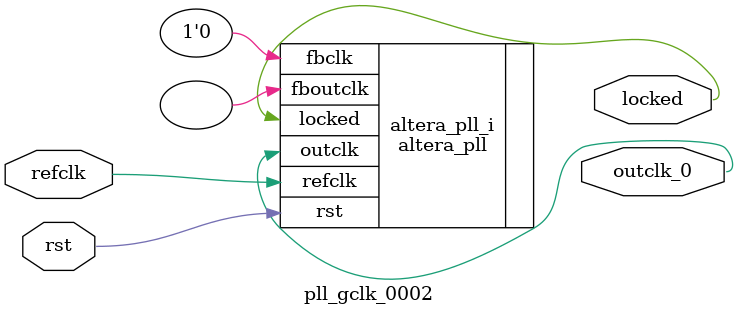
<source format=v>
/*
  
   Multicore 2 / Multicore 2+
  
   Copyright (c) 2017-2020 - Victor Trucco

  
   All rights reserved
  
   Redistribution and use in source and synthezised forms, with or without
   modification, are permitted provided that the following conditions are met:
  
   Redistributions of source code must retain the above copyright notice,
   this list of conditions and the following disclaimer.
  
   Redistributions in synthesized form must reproduce the above copyright
   notice, this list of conditions and the following disclaimer in the
   documentation and/or other materials provided with the distribution.
  
   Neither the name of the author nor the names of other contributors may
   be used to endorse or promote products derived from this software without
   specific prior written permission.
  
   THIS CODE IS PROVIDED BY THE COPYRIGHT HOLDERS AND CONTRIBUTORS "AS IS"
   AND ANY EXPRESS OR IMPLIED WARRANTIES, INCLUDING, BUT NOT LIMITED TO,
   THE IMPLIED WARRANTIES OF MERCHANTABILITY AND FITNESS FOR A PARTICULAR
   PURPOSE ARE DISCLAIMED. IN NO EVENT SHALL THE AUTHOR OR CONTRIBUTORS BE
   LIABLE FOR ANY DIRECT, INDIRECT, INCIDENTAL, SPECIAL, EXEMPLARY, OR
   CONSEQUENTIAL DAMAGES (INCLUDING, BUT NOT LIMITED TO, PROCUREMENT OF
   SUBSTITUTE GOODS OR SERVICES; LOSS OF USE, DATA, OR PROFITS; OR BUSINESS
   INTERRUPTION) HOWEVER CAUSED AND ON ANY THEORY OF LIABILITY, WHETHER IN
   CONTRACT, STRICT LIABILITY, OR TORT (INCLUDING NEGLIGENCE OR OTHERWISE)
   ARISING IN ANY WAY OUT OF THE USE OF THIS SOFTWARE, EVEN IF ADVISED OF THE
   POSSIBILITY OF SUCH DAMAGE.
  
   You are responsible for any legal issues arising from your use of this code.
  
*/`timescale 1ns/10ps
module  pll_gclk_0002(

	// interface 'refclk'
	input wire refclk,

	// interface 'reset'
	input wire rst,

	// interface 'outclk0'
	output wire outclk_0,

	// interface 'locked'
	output wire locked
);

	altera_pll #(
		.fractional_vco_multiplier("false"),
		.reference_clock_frequency("5.0 MHz"),
		.operation_mode("direct"),
		.number_of_clocks(1),
		.output_clock_frequency0("50.000000 MHz"),
		.phase_shift0("0 ps"),
		.duty_cycle0(50),
		.output_clock_frequency1("0 MHz"),
		.phase_shift1("0 ps"),
		.duty_cycle1(50),
		.output_clock_frequency2("0 MHz"),
		.phase_shift2("0 ps"),
		.duty_cycle2(50),
		.output_clock_frequency3("0 MHz"),
		.phase_shift3("0 ps"),
		.duty_cycle3(50),
		.output_clock_frequency4("0 MHz"),
		.phase_shift4("0 ps"),
		.duty_cycle4(50),
		.output_clock_frequency5("0 MHz"),
		.phase_shift5("0 ps"),
		.duty_cycle5(50),
		.output_clock_frequency6("0 MHz"),
		.phase_shift6("0 ps"),
		.duty_cycle6(50),
		.output_clock_frequency7("0 MHz"),
		.phase_shift7("0 ps"),
		.duty_cycle7(50),
		.output_clock_frequency8("0 MHz"),
		.phase_shift8("0 ps"),
		.duty_cycle8(50),
		.output_clock_frequency9("0 MHz"),
		.phase_shift9("0 ps"),
		.duty_cycle9(50),
		.output_clock_frequency10("0 MHz"),
		.phase_shift10("0 ps"),
		.duty_cycle10(50),
		.output_clock_frequency11("0 MHz"),
		.phase_shift11("0 ps"),
		.duty_cycle11(50),
		.output_clock_frequency12("0 MHz"),
		.phase_shift12("0 ps"),
		.duty_cycle12(50),
		.output_clock_frequency13("0 MHz"),
		.phase_shift13("0 ps"),
		.duty_cycle13(50),
		.output_clock_frequency14("0 MHz"),
		.phase_shift14("0 ps"),
		.duty_cycle14(50),
		.output_clock_frequency15("0 MHz"),
		.phase_shift15("0 ps"),
		.duty_cycle15(50),
		.output_clock_frequency16("0 MHz"),
		.phase_shift16("0 ps"),
		.duty_cycle16(50),
		.output_clock_frequency17("0 MHz"),
		.phase_shift17("0 ps"),
		.duty_cycle17(50),
		.pll_type("General"),
		.pll_subtype("General")
	) altera_pll_i (
		.rst	(rst),
		.outclk	({outclk_0}),
		.locked	(locked),
		.fboutclk	( ),
		.fbclk	(1'b0),
		.refclk	(refclk)
	);
endmodule


</source>
